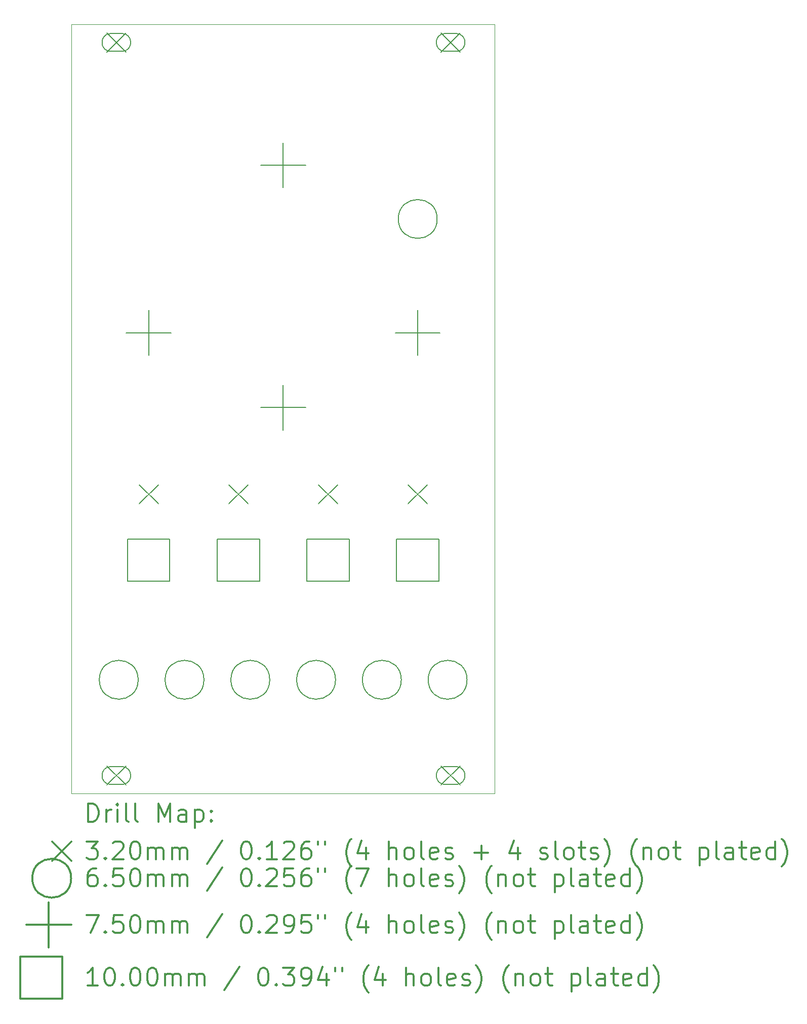
<source format=gbr>
%FSLAX45Y45*%
G04 Gerber Fmt 4.5, Leading zero omitted, Abs format (unit mm)*
G04 Created by KiCad (PCBNEW (5.0.0-rc2)) date Wed Jul  8 18:21:42 2020*
%MOMM*%
%LPD*%
G01*
G04 APERTURE LIST*
%ADD10C,0.120000*%
%ADD11C,0.200000*%
%ADD12C,0.300000*%
G04 APERTURE END LIST*
D10*
X0Y12850000D02*
X0Y0D01*
X7080000Y12850000D02*
X0Y12850000D01*
X7080000Y0D02*
X7080000Y12850000D01*
X0Y0D02*
X7080000Y0D01*
D11*
X4130000Y5160000D02*
X4450000Y4840000D01*
X4450000Y5160000D02*
X4130000Y4840000D01*
X2630000Y5160000D02*
X2950000Y4840000D01*
X2950000Y5160000D02*
X2630000Y4840000D01*
X6180000Y12710000D02*
X6500000Y12390000D01*
X6500000Y12710000D02*
X6180000Y12390000D01*
X6250000Y12400000D02*
X6430000Y12400000D01*
X6250000Y12700000D02*
X6430000Y12700000D01*
X6430000Y12400000D02*
G75*
G03X6430000Y12700000I0J150000D01*
G01*
X6250000Y12700000D02*
G75*
G03X6250000Y12400000I0J-150000D01*
G01*
X590000Y460000D02*
X910000Y140000D01*
X910000Y460000D02*
X590000Y140000D01*
X660000Y150000D02*
X840000Y150000D01*
X660000Y450000D02*
X840000Y450000D01*
X840000Y150000D02*
G75*
G03X840000Y450000I0J150000D01*
G01*
X660000Y450000D02*
G75*
G03X660000Y150000I0J-150000D01*
G01*
X6180000Y460000D02*
X6500000Y140000D01*
X6500000Y460000D02*
X6180000Y140000D01*
X6250000Y150000D02*
X6430000Y150000D01*
X6250000Y450000D02*
X6430000Y450000D01*
X6430000Y150000D02*
G75*
G03X6430000Y450000I0J150000D01*
G01*
X6250000Y450000D02*
G75*
G03X6250000Y150000I0J-150000D01*
G01*
X1130000Y5160000D02*
X1450000Y4840000D01*
X1450000Y5160000D02*
X1130000Y4840000D01*
X5630000Y5160000D02*
X5950000Y4840000D01*
X5950000Y5160000D02*
X5630000Y4840000D01*
X590000Y12710000D02*
X910000Y12390000D01*
X910000Y12710000D02*
X590000Y12390000D01*
X660000Y12400000D02*
X840000Y12400000D01*
X660000Y12700000D02*
X840000Y12700000D01*
X840000Y12400000D02*
G75*
G03X840000Y12700000I0J150000D01*
G01*
X660000Y12700000D02*
G75*
G03X660000Y12400000I0J-150000D01*
G01*
X1115000Y1900000D02*
G75*
G03X1115000Y1900000I-325000J0D01*
G01*
X6615000Y1900000D02*
G75*
G03X6615000Y1900000I-325000J0D01*
G01*
X3315000Y1900000D02*
G75*
G03X3315000Y1900000I-325000J0D01*
G01*
X5515000Y1900000D02*
G75*
G03X5515000Y1900000I-325000J0D01*
G01*
X2215000Y1900000D02*
G75*
G03X2215000Y1900000I-325000J0D01*
G01*
X6115000Y9600000D02*
G75*
G03X6115000Y9600000I-325000J0D01*
G01*
X4415000Y1900000D02*
G75*
G03X4415000Y1900000I-325000J0D01*
G01*
X1290000Y8075000D02*
X1290000Y7325000D01*
X915000Y7700000D02*
X1665000Y7700000D01*
X3540000Y10875000D02*
X3540000Y10125000D01*
X3165000Y10500000D02*
X3915000Y10500000D01*
X3540000Y6825000D02*
X3540000Y6075000D01*
X3165000Y6450000D02*
X3915000Y6450000D01*
X5790000Y8075000D02*
X5790000Y7325000D01*
X5415000Y7700000D02*
X6165000Y7700000D01*
X3143557Y3546443D02*
X3143557Y4253557D01*
X2436443Y4253557D01*
X2436443Y3546443D01*
X3143557Y3546443D01*
X1643557Y3546443D02*
X1643557Y4253557D01*
X936443Y4253557D01*
X936443Y3546443D01*
X1643557Y3546443D01*
X4643557Y3546443D02*
X4643557Y4253557D01*
X3936443Y4253557D01*
X3936443Y3546443D01*
X4643557Y3546443D01*
X6143557Y3546443D02*
X6143557Y4253557D01*
X5436443Y4253557D01*
X5436443Y3546443D01*
X6143557Y3546443D01*
D12*
X280428Y-471714D02*
X280428Y-171714D01*
X351857Y-171714D01*
X394714Y-186000D01*
X423286Y-214571D01*
X437571Y-243143D01*
X451857Y-300286D01*
X451857Y-343143D01*
X437571Y-400286D01*
X423286Y-428857D01*
X394714Y-457429D01*
X351857Y-471714D01*
X280428Y-471714D01*
X580428Y-471714D02*
X580428Y-271714D01*
X580428Y-328857D02*
X594714Y-300286D01*
X609000Y-286000D01*
X637571Y-271714D01*
X666143Y-271714D01*
X766143Y-471714D02*
X766143Y-271714D01*
X766143Y-171714D02*
X751857Y-186000D01*
X766143Y-200286D01*
X780428Y-186000D01*
X766143Y-171714D01*
X766143Y-200286D01*
X951857Y-471714D02*
X923286Y-457429D01*
X909000Y-428857D01*
X909000Y-171714D01*
X1109000Y-471714D02*
X1080428Y-457429D01*
X1066143Y-428857D01*
X1066143Y-171714D01*
X1451857Y-471714D02*
X1451857Y-171714D01*
X1551857Y-386000D01*
X1651857Y-171714D01*
X1651857Y-471714D01*
X1923286Y-471714D02*
X1923286Y-314572D01*
X1909000Y-286000D01*
X1880428Y-271714D01*
X1823286Y-271714D01*
X1794714Y-286000D01*
X1923286Y-457429D02*
X1894714Y-471714D01*
X1823286Y-471714D01*
X1794714Y-457429D01*
X1780428Y-428857D01*
X1780428Y-400286D01*
X1794714Y-371714D01*
X1823286Y-357429D01*
X1894714Y-357429D01*
X1923286Y-343143D01*
X2066143Y-271714D02*
X2066143Y-571714D01*
X2066143Y-286000D02*
X2094714Y-271714D01*
X2151857Y-271714D01*
X2180428Y-286000D01*
X2194714Y-300286D01*
X2209000Y-328857D01*
X2209000Y-414571D01*
X2194714Y-443143D01*
X2180428Y-457429D01*
X2151857Y-471714D01*
X2094714Y-471714D01*
X2066143Y-457429D01*
X2337571Y-443143D02*
X2351857Y-457429D01*
X2337571Y-471714D01*
X2323286Y-457429D01*
X2337571Y-443143D01*
X2337571Y-471714D01*
X2337571Y-286000D02*
X2351857Y-300286D01*
X2337571Y-314572D01*
X2323286Y-300286D01*
X2337571Y-286000D01*
X2337571Y-314572D01*
X-326000Y-806000D02*
X-6000Y-1126000D01*
X-6000Y-806000D02*
X-326000Y-1126000D01*
X251857Y-801714D02*
X437571Y-801714D01*
X337571Y-916000D01*
X380428Y-916000D01*
X409000Y-930286D01*
X423286Y-944571D01*
X437571Y-973143D01*
X437571Y-1044571D01*
X423286Y-1073143D01*
X409000Y-1087429D01*
X380428Y-1101714D01*
X294714Y-1101714D01*
X266143Y-1087429D01*
X251857Y-1073143D01*
X566143Y-1073143D02*
X580428Y-1087429D01*
X566143Y-1101714D01*
X551857Y-1087429D01*
X566143Y-1073143D01*
X566143Y-1101714D01*
X694714Y-830286D02*
X709000Y-816000D01*
X737571Y-801714D01*
X809000Y-801714D01*
X837571Y-816000D01*
X851857Y-830286D01*
X866143Y-858857D01*
X866143Y-887429D01*
X851857Y-930286D01*
X680428Y-1101714D01*
X866143Y-1101714D01*
X1051857Y-801714D02*
X1080428Y-801714D01*
X1109000Y-816000D01*
X1123286Y-830286D01*
X1137571Y-858857D01*
X1151857Y-916000D01*
X1151857Y-987429D01*
X1137571Y-1044571D01*
X1123286Y-1073143D01*
X1109000Y-1087429D01*
X1080428Y-1101714D01*
X1051857Y-1101714D01*
X1023286Y-1087429D01*
X1009000Y-1073143D01*
X994714Y-1044571D01*
X980428Y-987429D01*
X980428Y-916000D01*
X994714Y-858857D01*
X1009000Y-830286D01*
X1023286Y-816000D01*
X1051857Y-801714D01*
X1280428Y-1101714D02*
X1280428Y-901714D01*
X1280428Y-930286D02*
X1294714Y-916000D01*
X1323286Y-901714D01*
X1366143Y-901714D01*
X1394714Y-916000D01*
X1409000Y-944571D01*
X1409000Y-1101714D01*
X1409000Y-944571D02*
X1423286Y-916000D01*
X1451857Y-901714D01*
X1494714Y-901714D01*
X1523286Y-916000D01*
X1537571Y-944571D01*
X1537571Y-1101714D01*
X1680428Y-1101714D02*
X1680428Y-901714D01*
X1680428Y-930286D02*
X1694714Y-916000D01*
X1723286Y-901714D01*
X1766143Y-901714D01*
X1794714Y-916000D01*
X1809000Y-944571D01*
X1809000Y-1101714D01*
X1809000Y-944571D02*
X1823286Y-916000D01*
X1851857Y-901714D01*
X1894714Y-901714D01*
X1923286Y-916000D01*
X1937571Y-944571D01*
X1937571Y-1101714D01*
X2523286Y-787429D02*
X2266143Y-1173143D01*
X2909000Y-801714D02*
X2937571Y-801714D01*
X2966143Y-816000D01*
X2980428Y-830286D01*
X2994714Y-858857D01*
X3009000Y-916000D01*
X3009000Y-987429D01*
X2994714Y-1044571D01*
X2980428Y-1073143D01*
X2966143Y-1087429D01*
X2937571Y-1101714D01*
X2909000Y-1101714D01*
X2880428Y-1087429D01*
X2866143Y-1073143D01*
X2851857Y-1044571D01*
X2837571Y-987429D01*
X2837571Y-916000D01*
X2851857Y-858857D01*
X2866143Y-830286D01*
X2880428Y-816000D01*
X2909000Y-801714D01*
X3137571Y-1073143D02*
X3151857Y-1087429D01*
X3137571Y-1101714D01*
X3123286Y-1087429D01*
X3137571Y-1073143D01*
X3137571Y-1101714D01*
X3437571Y-1101714D02*
X3266143Y-1101714D01*
X3351857Y-1101714D02*
X3351857Y-801714D01*
X3323286Y-844571D01*
X3294714Y-873143D01*
X3266143Y-887429D01*
X3551857Y-830286D02*
X3566143Y-816000D01*
X3594714Y-801714D01*
X3666143Y-801714D01*
X3694714Y-816000D01*
X3709000Y-830286D01*
X3723286Y-858857D01*
X3723286Y-887429D01*
X3709000Y-930286D01*
X3537571Y-1101714D01*
X3723286Y-1101714D01*
X3980428Y-801714D02*
X3923286Y-801714D01*
X3894714Y-816000D01*
X3880428Y-830286D01*
X3851857Y-873143D01*
X3837571Y-930286D01*
X3837571Y-1044571D01*
X3851857Y-1073143D01*
X3866143Y-1087429D01*
X3894714Y-1101714D01*
X3951857Y-1101714D01*
X3980428Y-1087429D01*
X3994714Y-1073143D01*
X4009000Y-1044571D01*
X4009000Y-973143D01*
X3994714Y-944571D01*
X3980428Y-930286D01*
X3951857Y-916000D01*
X3894714Y-916000D01*
X3866143Y-930286D01*
X3851857Y-944571D01*
X3837571Y-973143D01*
X4123286Y-801714D02*
X4123286Y-858857D01*
X4237571Y-801714D02*
X4237571Y-858857D01*
X4680428Y-1216000D02*
X4666143Y-1201714D01*
X4637571Y-1158857D01*
X4623286Y-1130286D01*
X4609000Y-1087429D01*
X4594714Y-1016000D01*
X4594714Y-958857D01*
X4609000Y-887429D01*
X4623286Y-844571D01*
X4637571Y-816000D01*
X4666143Y-773143D01*
X4680428Y-758857D01*
X4923286Y-901714D02*
X4923286Y-1101714D01*
X4851857Y-787429D02*
X4780428Y-1001714D01*
X4966143Y-1001714D01*
X5309000Y-1101714D02*
X5309000Y-801714D01*
X5437571Y-1101714D02*
X5437571Y-944571D01*
X5423286Y-916000D01*
X5394714Y-901714D01*
X5351857Y-901714D01*
X5323286Y-916000D01*
X5309000Y-930286D01*
X5623286Y-1101714D02*
X5594714Y-1087429D01*
X5580428Y-1073143D01*
X5566143Y-1044571D01*
X5566143Y-958857D01*
X5580428Y-930286D01*
X5594714Y-916000D01*
X5623286Y-901714D01*
X5666143Y-901714D01*
X5694714Y-916000D01*
X5709000Y-930286D01*
X5723286Y-958857D01*
X5723286Y-1044571D01*
X5709000Y-1073143D01*
X5694714Y-1087429D01*
X5666143Y-1101714D01*
X5623286Y-1101714D01*
X5894714Y-1101714D02*
X5866143Y-1087429D01*
X5851857Y-1058857D01*
X5851857Y-801714D01*
X6123286Y-1087429D02*
X6094714Y-1101714D01*
X6037571Y-1101714D01*
X6009000Y-1087429D01*
X5994714Y-1058857D01*
X5994714Y-944571D01*
X6009000Y-916000D01*
X6037571Y-901714D01*
X6094714Y-901714D01*
X6123286Y-916000D01*
X6137571Y-944571D01*
X6137571Y-973143D01*
X5994714Y-1001714D01*
X6251857Y-1087429D02*
X6280428Y-1101714D01*
X6337571Y-1101714D01*
X6366143Y-1087429D01*
X6380428Y-1058857D01*
X6380428Y-1044571D01*
X6366143Y-1016000D01*
X6337571Y-1001714D01*
X6294714Y-1001714D01*
X6266143Y-987429D01*
X6251857Y-958857D01*
X6251857Y-944571D01*
X6266143Y-916000D01*
X6294714Y-901714D01*
X6337571Y-901714D01*
X6366143Y-916000D01*
X6737571Y-987429D02*
X6966143Y-987429D01*
X6851857Y-1101714D02*
X6851857Y-873143D01*
X7466143Y-901714D02*
X7466143Y-1101714D01*
X7394714Y-787429D02*
X7323286Y-1001714D01*
X7509000Y-1001714D01*
X7837571Y-1087429D02*
X7866143Y-1101714D01*
X7923286Y-1101714D01*
X7951857Y-1087429D01*
X7966143Y-1058857D01*
X7966143Y-1044571D01*
X7951857Y-1016000D01*
X7923286Y-1001714D01*
X7880428Y-1001714D01*
X7851857Y-987429D01*
X7837571Y-958857D01*
X7837571Y-944571D01*
X7851857Y-916000D01*
X7880428Y-901714D01*
X7923286Y-901714D01*
X7951857Y-916000D01*
X8137571Y-1101714D02*
X8109000Y-1087429D01*
X8094714Y-1058857D01*
X8094714Y-801714D01*
X8294714Y-1101714D02*
X8266143Y-1087429D01*
X8251857Y-1073143D01*
X8237571Y-1044571D01*
X8237571Y-958857D01*
X8251857Y-930286D01*
X8266143Y-916000D01*
X8294714Y-901714D01*
X8337571Y-901714D01*
X8366143Y-916000D01*
X8380428Y-930286D01*
X8394714Y-958857D01*
X8394714Y-1044571D01*
X8380428Y-1073143D01*
X8366143Y-1087429D01*
X8337571Y-1101714D01*
X8294714Y-1101714D01*
X8480428Y-901714D02*
X8594714Y-901714D01*
X8523286Y-801714D02*
X8523286Y-1058857D01*
X8537571Y-1087429D01*
X8566143Y-1101714D01*
X8594714Y-1101714D01*
X8680428Y-1087429D02*
X8709000Y-1101714D01*
X8766143Y-1101714D01*
X8794714Y-1087429D01*
X8809000Y-1058857D01*
X8809000Y-1044571D01*
X8794714Y-1016000D01*
X8766143Y-1001714D01*
X8723286Y-1001714D01*
X8694714Y-987429D01*
X8680428Y-958857D01*
X8680428Y-944571D01*
X8694714Y-916000D01*
X8723286Y-901714D01*
X8766143Y-901714D01*
X8794714Y-916000D01*
X8909000Y-1216000D02*
X8923286Y-1201714D01*
X8951857Y-1158857D01*
X8966143Y-1130286D01*
X8980428Y-1087429D01*
X8994714Y-1016000D01*
X8994714Y-958857D01*
X8980428Y-887429D01*
X8966143Y-844571D01*
X8951857Y-816000D01*
X8923286Y-773143D01*
X8909000Y-758857D01*
X9451857Y-1216000D02*
X9437571Y-1201714D01*
X9409000Y-1158857D01*
X9394714Y-1130286D01*
X9380428Y-1087429D01*
X9366143Y-1016000D01*
X9366143Y-958857D01*
X9380428Y-887429D01*
X9394714Y-844571D01*
X9409000Y-816000D01*
X9437571Y-773143D01*
X9451857Y-758857D01*
X9566143Y-901714D02*
X9566143Y-1101714D01*
X9566143Y-930286D02*
X9580428Y-916000D01*
X9609000Y-901714D01*
X9651857Y-901714D01*
X9680428Y-916000D01*
X9694714Y-944571D01*
X9694714Y-1101714D01*
X9880428Y-1101714D02*
X9851857Y-1087429D01*
X9837571Y-1073143D01*
X9823286Y-1044571D01*
X9823286Y-958857D01*
X9837571Y-930286D01*
X9851857Y-916000D01*
X9880428Y-901714D01*
X9923286Y-901714D01*
X9951857Y-916000D01*
X9966143Y-930286D01*
X9980428Y-958857D01*
X9980428Y-1044571D01*
X9966143Y-1073143D01*
X9951857Y-1087429D01*
X9923286Y-1101714D01*
X9880428Y-1101714D01*
X10066143Y-901714D02*
X10180428Y-901714D01*
X10109000Y-801714D02*
X10109000Y-1058857D01*
X10123286Y-1087429D01*
X10151857Y-1101714D01*
X10180428Y-1101714D01*
X10509000Y-901714D02*
X10509000Y-1201714D01*
X10509000Y-916000D02*
X10537571Y-901714D01*
X10594714Y-901714D01*
X10623286Y-916000D01*
X10637571Y-930286D01*
X10651857Y-958857D01*
X10651857Y-1044571D01*
X10637571Y-1073143D01*
X10623286Y-1087429D01*
X10594714Y-1101714D01*
X10537571Y-1101714D01*
X10509000Y-1087429D01*
X10823286Y-1101714D02*
X10794714Y-1087429D01*
X10780428Y-1058857D01*
X10780428Y-801714D01*
X11066143Y-1101714D02*
X11066143Y-944571D01*
X11051857Y-916000D01*
X11023286Y-901714D01*
X10966143Y-901714D01*
X10937571Y-916000D01*
X11066143Y-1087429D02*
X11037571Y-1101714D01*
X10966143Y-1101714D01*
X10937571Y-1087429D01*
X10923286Y-1058857D01*
X10923286Y-1030286D01*
X10937571Y-1001714D01*
X10966143Y-987429D01*
X11037571Y-987429D01*
X11066143Y-973143D01*
X11166143Y-901714D02*
X11280428Y-901714D01*
X11209000Y-801714D02*
X11209000Y-1058857D01*
X11223286Y-1087429D01*
X11251857Y-1101714D01*
X11280428Y-1101714D01*
X11494714Y-1087429D02*
X11466143Y-1101714D01*
X11409000Y-1101714D01*
X11380428Y-1087429D01*
X11366143Y-1058857D01*
X11366143Y-944571D01*
X11380428Y-916000D01*
X11409000Y-901714D01*
X11466143Y-901714D01*
X11494714Y-916000D01*
X11509000Y-944571D01*
X11509000Y-973143D01*
X11366143Y-1001714D01*
X11766143Y-1101714D02*
X11766143Y-801714D01*
X11766143Y-1087429D02*
X11737571Y-1101714D01*
X11680428Y-1101714D01*
X11651857Y-1087429D01*
X11637571Y-1073143D01*
X11623286Y-1044571D01*
X11623286Y-958857D01*
X11637571Y-930286D01*
X11651857Y-916000D01*
X11680428Y-901714D01*
X11737571Y-901714D01*
X11766143Y-916000D01*
X11880428Y-1216000D02*
X11894714Y-1201714D01*
X11923286Y-1158857D01*
X11937571Y-1130286D01*
X11951857Y-1087429D01*
X11966143Y-1016000D01*
X11966143Y-958857D01*
X11951857Y-887429D01*
X11937571Y-844571D01*
X11923286Y-816000D01*
X11894714Y-773143D01*
X11880428Y-758857D01*
X-6000Y-1416000D02*
G75*
G03X-6000Y-1416000I-325000J0D01*
G01*
X409000Y-1251714D02*
X351857Y-1251714D01*
X323286Y-1266000D01*
X309000Y-1280286D01*
X280428Y-1323143D01*
X266143Y-1380286D01*
X266143Y-1494571D01*
X280428Y-1523143D01*
X294714Y-1537429D01*
X323286Y-1551714D01*
X380428Y-1551714D01*
X409000Y-1537429D01*
X423286Y-1523143D01*
X437571Y-1494571D01*
X437571Y-1423143D01*
X423286Y-1394572D01*
X409000Y-1380286D01*
X380428Y-1366000D01*
X323286Y-1366000D01*
X294714Y-1380286D01*
X280428Y-1394572D01*
X266143Y-1423143D01*
X566143Y-1523143D02*
X580428Y-1537429D01*
X566143Y-1551714D01*
X551857Y-1537429D01*
X566143Y-1523143D01*
X566143Y-1551714D01*
X851857Y-1251714D02*
X709000Y-1251714D01*
X694714Y-1394572D01*
X709000Y-1380286D01*
X737571Y-1366000D01*
X809000Y-1366000D01*
X837571Y-1380286D01*
X851857Y-1394572D01*
X866143Y-1423143D01*
X866143Y-1494571D01*
X851857Y-1523143D01*
X837571Y-1537429D01*
X809000Y-1551714D01*
X737571Y-1551714D01*
X709000Y-1537429D01*
X694714Y-1523143D01*
X1051857Y-1251714D02*
X1080428Y-1251714D01*
X1109000Y-1266000D01*
X1123286Y-1280286D01*
X1137571Y-1308857D01*
X1151857Y-1366000D01*
X1151857Y-1437429D01*
X1137571Y-1494571D01*
X1123286Y-1523143D01*
X1109000Y-1537429D01*
X1080428Y-1551714D01*
X1051857Y-1551714D01*
X1023286Y-1537429D01*
X1009000Y-1523143D01*
X994714Y-1494571D01*
X980428Y-1437429D01*
X980428Y-1366000D01*
X994714Y-1308857D01*
X1009000Y-1280286D01*
X1023286Y-1266000D01*
X1051857Y-1251714D01*
X1280428Y-1551714D02*
X1280428Y-1351714D01*
X1280428Y-1380286D02*
X1294714Y-1366000D01*
X1323286Y-1351714D01*
X1366143Y-1351714D01*
X1394714Y-1366000D01*
X1409000Y-1394572D01*
X1409000Y-1551714D01*
X1409000Y-1394572D02*
X1423286Y-1366000D01*
X1451857Y-1351714D01*
X1494714Y-1351714D01*
X1523286Y-1366000D01*
X1537571Y-1394572D01*
X1537571Y-1551714D01*
X1680428Y-1551714D02*
X1680428Y-1351714D01*
X1680428Y-1380286D02*
X1694714Y-1366000D01*
X1723286Y-1351714D01*
X1766143Y-1351714D01*
X1794714Y-1366000D01*
X1809000Y-1394572D01*
X1809000Y-1551714D01*
X1809000Y-1394572D02*
X1823286Y-1366000D01*
X1851857Y-1351714D01*
X1894714Y-1351714D01*
X1923286Y-1366000D01*
X1937571Y-1394572D01*
X1937571Y-1551714D01*
X2523286Y-1237429D02*
X2266143Y-1623143D01*
X2909000Y-1251714D02*
X2937571Y-1251714D01*
X2966143Y-1266000D01*
X2980428Y-1280286D01*
X2994714Y-1308857D01*
X3009000Y-1366000D01*
X3009000Y-1437429D01*
X2994714Y-1494571D01*
X2980428Y-1523143D01*
X2966143Y-1537429D01*
X2937571Y-1551714D01*
X2909000Y-1551714D01*
X2880428Y-1537429D01*
X2866143Y-1523143D01*
X2851857Y-1494571D01*
X2837571Y-1437429D01*
X2837571Y-1366000D01*
X2851857Y-1308857D01*
X2866143Y-1280286D01*
X2880428Y-1266000D01*
X2909000Y-1251714D01*
X3137571Y-1523143D02*
X3151857Y-1537429D01*
X3137571Y-1551714D01*
X3123286Y-1537429D01*
X3137571Y-1523143D01*
X3137571Y-1551714D01*
X3266143Y-1280286D02*
X3280428Y-1266000D01*
X3309000Y-1251714D01*
X3380428Y-1251714D01*
X3409000Y-1266000D01*
X3423286Y-1280286D01*
X3437571Y-1308857D01*
X3437571Y-1337429D01*
X3423286Y-1380286D01*
X3251857Y-1551714D01*
X3437571Y-1551714D01*
X3709000Y-1251714D02*
X3566143Y-1251714D01*
X3551857Y-1394572D01*
X3566143Y-1380286D01*
X3594714Y-1366000D01*
X3666143Y-1366000D01*
X3694714Y-1380286D01*
X3709000Y-1394572D01*
X3723286Y-1423143D01*
X3723286Y-1494571D01*
X3709000Y-1523143D01*
X3694714Y-1537429D01*
X3666143Y-1551714D01*
X3594714Y-1551714D01*
X3566143Y-1537429D01*
X3551857Y-1523143D01*
X3980428Y-1251714D02*
X3923286Y-1251714D01*
X3894714Y-1266000D01*
X3880428Y-1280286D01*
X3851857Y-1323143D01*
X3837571Y-1380286D01*
X3837571Y-1494571D01*
X3851857Y-1523143D01*
X3866143Y-1537429D01*
X3894714Y-1551714D01*
X3951857Y-1551714D01*
X3980428Y-1537429D01*
X3994714Y-1523143D01*
X4009000Y-1494571D01*
X4009000Y-1423143D01*
X3994714Y-1394572D01*
X3980428Y-1380286D01*
X3951857Y-1366000D01*
X3894714Y-1366000D01*
X3866143Y-1380286D01*
X3851857Y-1394572D01*
X3837571Y-1423143D01*
X4123286Y-1251714D02*
X4123286Y-1308857D01*
X4237571Y-1251714D02*
X4237571Y-1308857D01*
X4680428Y-1666000D02*
X4666143Y-1651714D01*
X4637571Y-1608857D01*
X4623286Y-1580286D01*
X4609000Y-1537429D01*
X4594714Y-1466000D01*
X4594714Y-1408857D01*
X4609000Y-1337429D01*
X4623286Y-1294572D01*
X4637571Y-1266000D01*
X4666143Y-1223143D01*
X4680428Y-1208857D01*
X4766143Y-1251714D02*
X4966143Y-1251714D01*
X4837571Y-1551714D01*
X5309000Y-1551714D02*
X5309000Y-1251714D01*
X5437571Y-1551714D02*
X5437571Y-1394572D01*
X5423286Y-1366000D01*
X5394714Y-1351714D01*
X5351857Y-1351714D01*
X5323286Y-1366000D01*
X5309000Y-1380286D01*
X5623286Y-1551714D02*
X5594714Y-1537429D01*
X5580428Y-1523143D01*
X5566143Y-1494571D01*
X5566143Y-1408857D01*
X5580428Y-1380286D01*
X5594714Y-1366000D01*
X5623286Y-1351714D01*
X5666143Y-1351714D01*
X5694714Y-1366000D01*
X5709000Y-1380286D01*
X5723286Y-1408857D01*
X5723286Y-1494571D01*
X5709000Y-1523143D01*
X5694714Y-1537429D01*
X5666143Y-1551714D01*
X5623286Y-1551714D01*
X5894714Y-1551714D02*
X5866143Y-1537429D01*
X5851857Y-1508857D01*
X5851857Y-1251714D01*
X6123286Y-1537429D02*
X6094714Y-1551714D01*
X6037571Y-1551714D01*
X6009000Y-1537429D01*
X5994714Y-1508857D01*
X5994714Y-1394572D01*
X6009000Y-1366000D01*
X6037571Y-1351714D01*
X6094714Y-1351714D01*
X6123286Y-1366000D01*
X6137571Y-1394572D01*
X6137571Y-1423143D01*
X5994714Y-1451714D01*
X6251857Y-1537429D02*
X6280428Y-1551714D01*
X6337571Y-1551714D01*
X6366143Y-1537429D01*
X6380428Y-1508857D01*
X6380428Y-1494571D01*
X6366143Y-1466000D01*
X6337571Y-1451714D01*
X6294714Y-1451714D01*
X6266143Y-1437429D01*
X6251857Y-1408857D01*
X6251857Y-1394572D01*
X6266143Y-1366000D01*
X6294714Y-1351714D01*
X6337571Y-1351714D01*
X6366143Y-1366000D01*
X6480428Y-1666000D02*
X6494714Y-1651714D01*
X6523286Y-1608857D01*
X6537571Y-1580286D01*
X6551857Y-1537429D01*
X6566143Y-1466000D01*
X6566143Y-1408857D01*
X6551857Y-1337429D01*
X6537571Y-1294572D01*
X6523286Y-1266000D01*
X6494714Y-1223143D01*
X6480428Y-1208857D01*
X7023286Y-1666000D02*
X7009000Y-1651714D01*
X6980428Y-1608857D01*
X6966143Y-1580286D01*
X6951857Y-1537429D01*
X6937571Y-1466000D01*
X6937571Y-1408857D01*
X6951857Y-1337429D01*
X6966143Y-1294572D01*
X6980428Y-1266000D01*
X7009000Y-1223143D01*
X7023286Y-1208857D01*
X7137571Y-1351714D02*
X7137571Y-1551714D01*
X7137571Y-1380286D02*
X7151857Y-1366000D01*
X7180428Y-1351714D01*
X7223286Y-1351714D01*
X7251857Y-1366000D01*
X7266143Y-1394572D01*
X7266143Y-1551714D01*
X7451857Y-1551714D02*
X7423286Y-1537429D01*
X7409000Y-1523143D01*
X7394714Y-1494571D01*
X7394714Y-1408857D01*
X7409000Y-1380286D01*
X7423286Y-1366000D01*
X7451857Y-1351714D01*
X7494714Y-1351714D01*
X7523286Y-1366000D01*
X7537571Y-1380286D01*
X7551857Y-1408857D01*
X7551857Y-1494571D01*
X7537571Y-1523143D01*
X7523286Y-1537429D01*
X7494714Y-1551714D01*
X7451857Y-1551714D01*
X7637571Y-1351714D02*
X7751857Y-1351714D01*
X7680428Y-1251714D02*
X7680428Y-1508857D01*
X7694714Y-1537429D01*
X7723286Y-1551714D01*
X7751857Y-1551714D01*
X8080428Y-1351714D02*
X8080428Y-1651714D01*
X8080428Y-1366000D02*
X8109000Y-1351714D01*
X8166143Y-1351714D01*
X8194714Y-1366000D01*
X8209000Y-1380286D01*
X8223286Y-1408857D01*
X8223286Y-1494571D01*
X8209000Y-1523143D01*
X8194714Y-1537429D01*
X8166143Y-1551714D01*
X8109000Y-1551714D01*
X8080428Y-1537429D01*
X8394714Y-1551714D02*
X8366143Y-1537429D01*
X8351857Y-1508857D01*
X8351857Y-1251714D01*
X8637571Y-1551714D02*
X8637571Y-1394572D01*
X8623286Y-1366000D01*
X8594714Y-1351714D01*
X8537571Y-1351714D01*
X8509000Y-1366000D01*
X8637571Y-1537429D02*
X8609000Y-1551714D01*
X8537571Y-1551714D01*
X8509000Y-1537429D01*
X8494714Y-1508857D01*
X8494714Y-1480286D01*
X8509000Y-1451714D01*
X8537571Y-1437429D01*
X8609000Y-1437429D01*
X8637571Y-1423143D01*
X8737571Y-1351714D02*
X8851857Y-1351714D01*
X8780428Y-1251714D02*
X8780428Y-1508857D01*
X8794714Y-1537429D01*
X8823286Y-1551714D01*
X8851857Y-1551714D01*
X9066143Y-1537429D02*
X9037571Y-1551714D01*
X8980428Y-1551714D01*
X8951857Y-1537429D01*
X8937571Y-1508857D01*
X8937571Y-1394572D01*
X8951857Y-1366000D01*
X8980428Y-1351714D01*
X9037571Y-1351714D01*
X9066143Y-1366000D01*
X9080428Y-1394572D01*
X9080428Y-1423143D01*
X8937571Y-1451714D01*
X9337571Y-1551714D02*
X9337571Y-1251714D01*
X9337571Y-1537429D02*
X9309000Y-1551714D01*
X9251857Y-1551714D01*
X9223286Y-1537429D01*
X9209000Y-1523143D01*
X9194714Y-1494571D01*
X9194714Y-1408857D01*
X9209000Y-1380286D01*
X9223286Y-1366000D01*
X9251857Y-1351714D01*
X9309000Y-1351714D01*
X9337571Y-1366000D01*
X9451857Y-1666000D02*
X9466143Y-1651714D01*
X9494714Y-1608857D01*
X9509000Y-1580286D01*
X9523286Y-1537429D01*
X9537571Y-1466000D01*
X9537571Y-1408857D01*
X9523286Y-1337429D01*
X9509000Y-1294572D01*
X9494714Y-1266000D01*
X9466143Y-1223143D01*
X9451857Y-1208857D01*
X-381000Y-1821000D02*
X-381000Y-2571000D01*
X-756000Y-2196000D02*
X-6000Y-2196000D01*
X251857Y-2031714D02*
X451857Y-2031714D01*
X323286Y-2331714D01*
X566143Y-2303143D02*
X580428Y-2317429D01*
X566143Y-2331714D01*
X551857Y-2317429D01*
X566143Y-2303143D01*
X566143Y-2331714D01*
X851857Y-2031714D02*
X709000Y-2031714D01*
X694714Y-2174572D01*
X709000Y-2160286D01*
X737571Y-2146000D01*
X809000Y-2146000D01*
X837571Y-2160286D01*
X851857Y-2174572D01*
X866143Y-2203143D01*
X866143Y-2274572D01*
X851857Y-2303143D01*
X837571Y-2317429D01*
X809000Y-2331714D01*
X737571Y-2331714D01*
X709000Y-2317429D01*
X694714Y-2303143D01*
X1051857Y-2031714D02*
X1080428Y-2031714D01*
X1109000Y-2046000D01*
X1123286Y-2060286D01*
X1137571Y-2088857D01*
X1151857Y-2146000D01*
X1151857Y-2217429D01*
X1137571Y-2274572D01*
X1123286Y-2303143D01*
X1109000Y-2317429D01*
X1080428Y-2331714D01*
X1051857Y-2331714D01*
X1023286Y-2317429D01*
X1009000Y-2303143D01*
X994714Y-2274572D01*
X980428Y-2217429D01*
X980428Y-2146000D01*
X994714Y-2088857D01*
X1009000Y-2060286D01*
X1023286Y-2046000D01*
X1051857Y-2031714D01*
X1280428Y-2331714D02*
X1280428Y-2131714D01*
X1280428Y-2160286D02*
X1294714Y-2146000D01*
X1323286Y-2131714D01*
X1366143Y-2131714D01*
X1394714Y-2146000D01*
X1409000Y-2174572D01*
X1409000Y-2331714D01*
X1409000Y-2174572D02*
X1423286Y-2146000D01*
X1451857Y-2131714D01*
X1494714Y-2131714D01*
X1523286Y-2146000D01*
X1537571Y-2174572D01*
X1537571Y-2331714D01*
X1680428Y-2331714D02*
X1680428Y-2131714D01*
X1680428Y-2160286D02*
X1694714Y-2146000D01*
X1723286Y-2131714D01*
X1766143Y-2131714D01*
X1794714Y-2146000D01*
X1809000Y-2174572D01*
X1809000Y-2331714D01*
X1809000Y-2174572D02*
X1823286Y-2146000D01*
X1851857Y-2131714D01*
X1894714Y-2131714D01*
X1923286Y-2146000D01*
X1937571Y-2174572D01*
X1937571Y-2331714D01*
X2523286Y-2017429D02*
X2266143Y-2403143D01*
X2909000Y-2031714D02*
X2937571Y-2031714D01*
X2966143Y-2046000D01*
X2980428Y-2060286D01*
X2994714Y-2088857D01*
X3009000Y-2146000D01*
X3009000Y-2217429D01*
X2994714Y-2274572D01*
X2980428Y-2303143D01*
X2966143Y-2317429D01*
X2937571Y-2331714D01*
X2909000Y-2331714D01*
X2880428Y-2317429D01*
X2866143Y-2303143D01*
X2851857Y-2274572D01*
X2837571Y-2217429D01*
X2837571Y-2146000D01*
X2851857Y-2088857D01*
X2866143Y-2060286D01*
X2880428Y-2046000D01*
X2909000Y-2031714D01*
X3137571Y-2303143D02*
X3151857Y-2317429D01*
X3137571Y-2331714D01*
X3123286Y-2317429D01*
X3137571Y-2303143D01*
X3137571Y-2331714D01*
X3266143Y-2060286D02*
X3280428Y-2046000D01*
X3309000Y-2031714D01*
X3380428Y-2031714D01*
X3409000Y-2046000D01*
X3423286Y-2060286D01*
X3437571Y-2088857D01*
X3437571Y-2117429D01*
X3423286Y-2160286D01*
X3251857Y-2331714D01*
X3437571Y-2331714D01*
X3580428Y-2331714D02*
X3637571Y-2331714D01*
X3666143Y-2317429D01*
X3680428Y-2303143D01*
X3709000Y-2260286D01*
X3723286Y-2203143D01*
X3723286Y-2088857D01*
X3709000Y-2060286D01*
X3694714Y-2046000D01*
X3666143Y-2031714D01*
X3609000Y-2031714D01*
X3580428Y-2046000D01*
X3566143Y-2060286D01*
X3551857Y-2088857D01*
X3551857Y-2160286D01*
X3566143Y-2188857D01*
X3580428Y-2203143D01*
X3609000Y-2217429D01*
X3666143Y-2217429D01*
X3694714Y-2203143D01*
X3709000Y-2188857D01*
X3723286Y-2160286D01*
X3994714Y-2031714D02*
X3851857Y-2031714D01*
X3837571Y-2174572D01*
X3851857Y-2160286D01*
X3880428Y-2146000D01*
X3951857Y-2146000D01*
X3980428Y-2160286D01*
X3994714Y-2174572D01*
X4009000Y-2203143D01*
X4009000Y-2274572D01*
X3994714Y-2303143D01*
X3980428Y-2317429D01*
X3951857Y-2331714D01*
X3880428Y-2331714D01*
X3851857Y-2317429D01*
X3837571Y-2303143D01*
X4123286Y-2031714D02*
X4123286Y-2088857D01*
X4237571Y-2031714D02*
X4237571Y-2088857D01*
X4680428Y-2446000D02*
X4666143Y-2431714D01*
X4637571Y-2388857D01*
X4623286Y-2360286D01*
X4609000Y-2317429D01*
X4594714Y-2246000D01*
X4594714Y-2188857D01*
X4609000Y-2117429D01*
X4623286Y-2074571D01*
X4637571Y-2046000D01*
X4666143Y-2003143D01*
X4680428Y-1988857D01*
X4923286Y-2131714D02*
X4923286Y-2331714D01*
X4851857Y-2017429D02*
X4780428Y-2231714D01*
X4966143Y-2231714D01*
X5309000Y-2331714D02*
X5309000Y-2031714D01*
X5437571Y-2331714D02*
X5437571Y-2174572D01*
X5423286Y-2146000D01*
X5394714Y-2131714D01*
X5351857Y-2131714D01*
X5323286Y-2146000D01*
X5309000Y-2160286D01*
X5623286Y-2331714D02*
X5594714Y-2317429D01*
X5580428Y-2303143D01*
X5566143Y-2274572D01*
X5566143Y-2188857D01*
X5580428Y-2160286D01*
X5594714Y-2146000D01*
X5623286Y-2131714D01*
X5666143Y-2131714D01*
X5694714Y-2146000D01*
X5709000Y-2160286D01*
X5723286Y-2188857D01*
X5723286Y-2274572D01*
X5709000Y-2303143D01*
X5694714Y-2317429D01*
X5666143Y-2331714D01*
X5623286Y-2331714D01*
X5894714Y-2331714D02*
X5866143Y-2317429D01*
X5851857Y-2288857D01*
X5851857Y-2031714D01*
X6123286Y-2317429D02*
X6094714Y-2331714D01*
X6037571Y-2331714D01*
X6009000Y-2317429D01*
X5994714Y-2288857D01*
X5994714Y-2174572D01*
X6009000Y-2146000D01*
X6037571Y-2131714D01*
X6094714Y-2131714D01*
X6123286Y-2146000D01*
X6137571Y-2174572D01*
X6137571Y-2203143D01*
X5994714Y-2231714D01*
X6251857Y-2317429D02*
X6280428Y-2331714D01*
X6337571Y-2331714D01*
X6366143Y-2317429D01*
X6380428Y-2288857D01*
X6380428Y-2274572D01*
X6366143Y-2246000D01*
X6337571Y-2231714D01*
X6294714Y-2231714D01*
X6266143Y-2217429D01*
X6251857Y-2188857D01*
X6251857Y-2174572D01*
X6266143Y-2146000D01*
X6294714Y-2131714D01*
X6337571Y-2131714D01*
X6366143Y-2146000D01*
X6480428Y-2446000D02*
X6494714Y-2431714D01*
X6523286Y-2388857D01*
X6537571Y-2360286D01*
X6551857Y-2317429D01*
X6566143Y-2246000D01*
X6566143Y-2188857D01*
X6551857Y-2117429D01*
X6537571Y-2074571D01*
X6523286Y-2046000D01*
X6494714Y-2003143D01*
X6480428Y-1988857D01*
X7023286Y-2446000D02*
X7009000Y-2431714D01*
X6980428Y-2388857D01*
X6966143Y-2360286D01*
X6951857Y-2317429D01*
X6937571Y-2246000D01*
X6937571Y-2188857D01*
X6951857Y-2117429D01*
X6966143Y-2074571D01*
X6980428Y-2046000D01*
X7009000Y-2003143D01*
X7023286Y-1988857D01*
X7137571Y-2131714D02*
X7137571Y-2331714D01*
X7137571Y-2160286D02*
X7151857Y-2146000D01*
X7180428Y-2131714D01*
X7223286Y-2131714D01*
X7251857Y-2146000D01*
X7266143Y-2174572D01*
X7266143Y-2331714D01*
X7451857Y-2331714D02*
X7423286Y-2317429D01*
X7409000Y-2303143D01*
X7394714Y-2274572D01*
X7394714Y-2188857D01*
X7409000Y-2160286D01*
X7423286Y-2146000D01*
X7451857Y-2131714D01*
X7494714Y-2131714D01*
X7523286Y-2146000D01*
X7537571Y-2160286D01*
X7551857Y-2188857D01*
X7551857Y-2274572D01*
X7537571Y-2303143D01*
X7523286Y-2317429D01*
X7494714Y-2331714D01*
X7451857Y-2331714D01*
X7637571Y-2131714D02*
X7751857Y-2131714D01*
X7680428Y-2031714D02*
X7680428Y-2288857D01*
X7694714Y-2317429D01*
X7723286Y-2331714D01*
X7751857Y-2331714D01*
X8080428Y-2131714D02*
X8080428Y-2431714D01*
X8080428Y-2146000D02*
X8109000Y-2131714D01*
X8166143Y-2131714D01*
X8194714Y-2146000D01*
X8209000Y-2160286D01*
X8223286Y-2188857D01*
X8223286Y-2274572D01*
X8209000Y-2303143D01*
X8194714Y-2317429D01*
X8166143Y-2331714D01*
X8109000Y-2331714D01*
X8080428Y-2317429D01*
X8394714Y-2331714D02*
X8366143Y-2317429D01*
X8351857Y-2288857D01*
X8351857Y-2031714D01*
X8637571Y-2331714D02*
X8637571Y-2174572D01*
X8623286Y-2146000D01*
X8594714Y-2131714D01*
X8537571Y-2131714D01*
X8509000Y-2146000D01*
X8637571Y-2317429D02*
X8609000Y-2331714D01*
X8537571Y-2331714D01*
X8509000Y-2317429D01*
X8494714Y-2288857D01*
X8494714Y-2260286D01*
X8509000Y-2231714D01*
X8537571Y-2217429D01*
X8609000Y-2217429D01*
X8637571Y-2203143D01*
X8737571Y-2131714D02*
X8851857Y-2131714D01*
X8780428Y-2031714D02*
X8780428Y-2288857D01*
X8794714Y-2317429D01*
X8823286Y-2331714D01*
X8851857Y-2331714D01*
X9066143Y-2317429D02*
X9037571Y-2331714D01*
X8980428Y-2331714D01*
X8951857Y-2317429D01*
X8937571Y-2288857D01*
X8937571Y-2174572D01*
X8951857Y-2146000D01*
X8980428Y-2131714D01*
X9037571Y-2131714D01*
X9066143Y-2146000D01*
X9080428Y-2174572D01*
X9080428Y-2203143D01*
X8937571Y-2231714D01*
X9337571Y-2331714D02*
X9337571Y-2031714D01*
X9337571Y-2317429D02*
X9309000Y-2331714D01*
X9251857Y-2331714D01*
X9223286Y-2317429D01*
X9209000Y-2303143D01*
X9194714Y-2274572D01*
X9194714Y-2188857D01*
X9209000Y-2160286D01*
X9223286Y-2146000D01*
X9251857Y-2131714D01*
X9309000Y-2131714D01*
X9337571Y-2146000D01*
X9451857Y-2446000D02*
X9466143Y-2431714D01*
X9494714Y-2388857D01*
X9509000Y-2360286D01*
X9523286Y-2317429D01*
X9537571Y-2246000D01*
X9537571Y-2188857D01*
X9523286Y-2117429D01*
X9509000Y-2074571D01*
X9494714Y-2046000D01*
X9466143Y-2003143D01*
X9451857Y-1988857D01*
X-152443Y-3429557D02*
X-152443Y-2722443D01*
X-859557Y-2722443D01*
X-859557Y-3429557D01*
X-152443Y-3429557D01*
X437571Y-3211714D02*
X266143Y-3211714D01*
X351857Y-3211714D02*
X351857Y-2911714D01*
X323286Y-2954571D01*
X294714Y-2983143D01*
X266143Y-2997429D01*
X623286Y-2911714D02*
X651857Y-2911714D01*
X680428Y-2926000D01*
X694714Y-2940286D01*
X709000Y-2968857D01*
X723286Y-3026000D01*
X723286Y-3097429D01*
X709000Y-3154571D01*
X694714Y-3183143D01*
X680428Y-3197429D01*
X651857Y-3211714D01*
X623286Y-3211714D01*
X594714Y-3197429D01*
X580428Y-3183143D01*
X566143Y-3154571D01*
X551857Y-3097429D01*
X551857Y-3026000D01*
X566143Y-2968857D01*
X580428Y-2940286D01*
X594714Y-2926000D01*
X623286Y-2911714D01*
X851857Y-3183143D02*
X866143Y-3197429D01*
X851857Y-3211714D01*
X837571Y-3197429D01*
X851857Y-3183143D01*
X851857Y-3211714D01*
X1051857Y-2911714D02*
X1080428Y-2911714D01*
X1109000Y-2926000D01*
X1123286Y-2940286D01*
X1137571Y-2968857D01*
X1151857Y-3026000D01*
X1151857Y-3097429D01*
X1137571Y-3154571D01*
X1123286Y-3183143D01*
X1109000Y-3197429D01*
X1080428Y-3211714D01*
X1051857Y-3211714D01*
X1023286Y-3197429D01*
X1009000Y-3183143D01*
X994714Y-3154571D01*
X980428Y-3097429D01*
X980428Y-3026000D01*
X994714Y-2968857D01*
X1009000Y-2940286D01*
X1023286Y-2926000D01*
X1051857Y-2911714D01*
X1337571Y-2911714D02*
X1366143Y-2911714D01*
X1394714Y-2926000D01*
X1409000Y-2940286D01*
X1423286Y-2968857D01*
X1437571Y-3026000D01*
X1437571Y-3097429D01*
X1423286Y-3154571D01*
X1409000Y-3183143D01*
X1394714Y-3197429D01*
X1366143Y-3211714D01*
X1337571Y-3211714D01*
X1309000Y-3197429D01*
X1294714Y-3183143D01*
X1280428Y-3154571D01*
X1266143Y-3097429D01*
X1266143Y-3026000D01*
X1280428Y-2968857D01*
X1294714Y-2940286D01*
X1309000Y-2926000D01*
X1337571Y-2911714D01*
X1566143Y-3211714D02*
X1566143Y-3011714D01*
X1566143Y-3040286D02*
X1580428Y-3026000D01*
X1609000Y-3011714D01*
X1651857Y-3011714D01*
X1680428Y-3026000D01*
X1694714Y-3054571D01*
X1694714Y-3211714D01*
X1694714Y-3054571D02*
X1709000Y-3026000D01*
X1737571Y-3011714D01*
X1780428Y-3011714D01*
X1809000Y-3026000D01*
X1823286Y-3054571D01*
X1823286Y-3211714D01*
X1966143Y-3211714D02*
X1966143Y-3011714D01*
X1966143Y-3040286D02*
X1980428Y-3026000D01*
X2009000Y-3011714D01*
X2051857Y-3011714D01*
X2080428Y-3026000D01*
X2094714Y-3054571D01*
X2094714Y-3211714D01*
X2094714Y-3054571D02*
X2109000Y-3026000D01*
X2137571Y-3011714D01*
X2180428Y-3011714D01*
X2209000Y-3026000D01*
X2223286Y-3054571D01*
X2223286Y-3211714D01*
X2809000Y-2897429D02*
X2551857Y-3283143D01*
X3194714Y-2911714D02*
X3223286Y-2911714D01*
X3251857Y-2926000D01*
X3266143Y-2940286D01*
X3280428Y-2968857D01*
X3294714Y-3026000D01*
X3294714Y-3097429D01*
X3280428Y-3154571D01*
X3266143Y-3183143D01*
X3251857Y-3197429D01*
X3223286Y-3211714D01*
X3194714Y-3211714D01*
X3166143Y-3197429D01*
X3151857Y-3183143D01*
X3137571Y-3154571D01*
X3123286Y-3097429D01*
X3123286Y-3026000D01*
X3137571Y-2968857D01*
X3151857Y-2940286D01*
X3166143Y-2926000D01*
X3194714Y-2911714D01*
X3423286Y-3183143D02*
X3437571Y-3197429D01*
X3423286Y-3211714D01*
X3409000Y-3197429D01*
X3423286Y-3183143D01*
X3423286Y-3211714D01*
X3537571Y-2911714D02*
X3723286Y-2911714D01*
X3623286Y-3026000D01*
X3666143Y-3026000D01*
X3694714Y-3040286D01*
X3709000Y-3054571D01*
X3723286Y-3083143D01*
X3723286Y-3154571D01*
X3709000Y-3183143D01*
X3694714Y-3197429D01*
X3666143Y-3211714D01*
X3580428Y-3211714D01*
X3551857Y-3197429D01*
X3537571Y-3183143D01*
X3866143Y-3211714D02*
X3923286Y-3211714D01*
X3951857Y-3197429D01*
X3966143Y-3183143D01*
X3994714Y-3140286D01*
X4009000Y-3083143D01*
X4009000Y-2968857D01*
X3994714Y-2940286D01*
X3980428Y-2926000D01*
X3951857Y-2911714D01*
X3894714Y-2911714D01*
X3866143Y-2926000D01*
X3851857Y-2940286D01*
X3837571Y-2968857D01*
X3837571Y-3040286D01*
X3851857Y-3068857D01*
X3866143Y-3083143D01*
X3894714Y-3097429D01*
X3951857Y-3097429D01*
X3980428Y-3083143D01*
X3994714Y-3068857D01*
X4009000Y-3040286D01*
X4266143Y-3011714D02*
X4266143Y-3211714D01*
X4194714Y-2897429D02*
X4123286Y-3111714D01*
X4309000Y-3111714D01*
X4409000Y-2911714D02*
X4409000Y-2968857D01*
X4523286Y-2911714D02*
X4523286Y-2968857D01*
X4966143Y-3326000D02*
X4951857Y-3311714D01*
X4923286Y-3268857D01*
X4909000Y-3240286D01*
X4894714Y-3197429D01*
X4880428Y-3126000D01*
X4880428Y-3068857D01*
X4894714Y-2997429D01*
X4909000Y-2954571D01*
X4923286Y-2926000D01*
X4951857Y-2883143D01*
X4966143Y-2868857D01*
X5209000Y-3011714D02*
X5209000Y-3211714D01*
X5137571Y-2897429D02*
X5066143Y-3111714D01*
X5251857Y-3111714D01*
X5594714Y-3211714D02*
X5594714Y-2911714D01*
X5723286Y-3211714D02*
X5723286Y-3054571D01*
X5709000Y-3026000D01*
X5680428Y-3011714D01*
X5637571Y-3011714D01*
X5609000Y-3026000D01*
X5594714Y-3040286D01*
X5909000Y-3211714D02*
X5880428Y-3197429D01*
X5866143Y-3183143D01*
X5851857Y-3154571D01*
X5851857Y-3068857D01*
X5866143Y-3040286D01*
X5880428Y-3026000D01*
X5909000Y-3011714D01*
X5951857Y-3011714D01*
X5980428Y-3026000D01*
X5994714Y-3040286D01*
X6009000Y-3068857D01*
X6009000Y-3154571D01*
X5994714Y-3183143D01*
X5980428Y-3197429D01*
X5951857Y-3211714D01*
X5909000Y-3211714D01*
X6180428Y-3211714D02*
X6151857Y-3197429D01*
X6137571Y-3168857D01*
X6137571Y-2911714D01*
X6409000Y-3197429D02*
X6380428Y-3211714D01*
X6323286Y-3211714D01*
X6294714Y-3197429D01*
X6280428Y-3168857D01*
X6280428Y-3054571D01*
X6294714Y-3026000D01*
X6323286Y-3011714D01*
X6380428Y-3011714D01*
X6409000Y-3026000D01*
X6423286Y-3054571D01*
X6423286Y-3083143D01*
X6280428Y-3111714D01*
X6537571Y-3197429D02*
X6566143Y-3211714D01*
X6623286Y-3211714D01*
X6651857Y-3197429D01*
X6666143Y-3168857D01*
X6666143Y-3154571D01*
X6651857Y-3126000D01*
X6623286Y-3111714D01*
X6580428Y-3111714D01*
X6551857Y-3097429D01*
X6537571Y-3068857D01*
X6537571Y-3054571D01*
X6551857Y-3026000D01*
X6580428Y-3011714D01*
X6623286Y-3011714D01*
X6651857Y-3026000D01*
X6766143Y-3326000D02*
X6780428Y-3311714D01*
X6809000Y-3268857D01*
X6823286Y-3240286D01*
X6837571Y-3197429D01*
X6851857Y-3126000D01*
X6851857Y-3068857D01*
X6837571Y-2997429D01*
X6823286Y-2954571D01*
X6809000Y-2926000D01*
X6780428Y-2883143D01*
X6766143Y-2868857D01*
X7309000Y-3326000D02*
X7294714Y-3311714D01*
X7266143Y-3268857D01*
X7251857Y-3240286D01*
X7237571Y-3197429D01*
X7223286Y-3126000D01*
X7223286Y-3068857D01*
X7237571Y-2997429D01*
X7251857Y-2954571D01*
X7266143Y-2926000D01*
X7294714Y-2883143D01*
X7309000Y-2868857D01*
X7423286Y-3011714D02*
X7423286Y-3211714D01*
X7423286Y-3040286D02*
X7437571Y-3026000D01*
X7466143Y-3011714D01*
X7509000Y-3011714D01*
X7537571Y-3026000D01*
X7551857Y-3054571D01*
X7551857Y-3211714D01*
X7737571Y-3211714D02*
X7709000Y-3197429D01*
X7694714Y-3183143D01*
X7680428Y-3154571D01*
X7680428Y-3068857D01*
X7694714Y-3040286D01*
X7709000Y-3026000D01*
X7737571Y-3011714D01*
X7780428Y-3011714D01*
X7809000Y-3026000D01*
X7823286Y-3040286D01*
X7837571Y-3068857D01*
X7837571Y-3154571D01*
X7823286Y-3183143D01*
X7809000Y-3197429D01*
X7780428Y-3211714D01*
X7737571Y-3211714D01*
X7923286Y-3011714D02*
X8037571Y-3011714D01*
X7966143Y-2911714D02*
X7966143Y-3168857D01*
X7980428Y-3197429D01*
X8009000Y-3211714D01*
X8037571Y-3211714D01*
X8366143Y-3011714D02*
X8366143Y-3311714D01*
X8366143Y-3026000D02*
X8394714Y-3011714D01*
X8451857Y-3011714D01*
X8480428Y-3026000D01*
X8494714Y-3040286D01*
X8509000Y-3068857D01*
X8509000Y-3154571D01*
X8494714Y-3183143D01*
X8480428Y-3197429D01*
X8451857Y-3211714D01*
X8394714Y-3211714D01*
X8366143Y-3197429D01*
X8680428Y-3211714D02*
X8651857Y-3197429D01*
X8637571Y-3168857D01*
X8637571Y-2911714D01*
X8923286Y-3211714D02*
X8923286Y-3054571D01*
X8909000Y-3026000D01*
X8880428Y-3011714D01*
X8823286Y-3011714D01*
X8794714Y-3026000D01*
X8923286Y-3197429D02*
X8894714Y-3211714D01*
X8823286Y-3211714D01*
X8794714Y-3197429D01*
X8780428Y-3168857D01*
X8780428Y-3140286D01*
X8794714Y-3111714D01*
X8823286Y-3097429D01*
X8894714Y-3097429D01*
X8923286Y-3083143D01*
X9023286Y-3011714D02*
X9137571Y-3011714D01*
X9066143Y-2911714D02*
X9066143Y-3168857D01*
X9080428Y-3197429D01*
X9109000Y-3211714D01*
X9137571Y-3211714D01*
X9351857Y-3197429D02*
X9323286Y-3211714D01*
X9266143Y-3211714D01*
X9237571Y-3197429D01*
X9223286Y-3168857D01*
X9223286Y-3054571D01*
X9237571Y-3026000D01*
X9266143Y-3011714D01*
X9323286Y-3011714D01*
X9351857Y-3026000D01*
X9366143Y-3054571D01*
X9366143Y-3083143D01*
X9223286Y-3111714D01*
X9623286Y-3211714D02*
X9623286Y-2911714D01*
X9623286Y-3197429D02*
X9594714Y-3211714D01*
X9537571Y-3211714D01*
X9509000Y-3197429D01*
X9494714Y-3183143D01*
X9480428Y-3154571D01*
X9480428Y-3068857D01*
X9494714Y-3040286D01*
X9509000Y-3026000D01*
X9537571Y-3011714D01*
X9594714Y-3011714D01*
X9623286Y-3026000D01*
X9737571Y-3326000D02*
X9751857Y-3311714D01*
X9780428Y-3268857D01*
X9794714Y-3240286D01*
X9809000Y-3197429D01*
X9823286Y-3126000D01*
X9823286Y-3068857D01*
X9809000Y-2997429D01*
X9794714Y-2954571D01*
X9780428Y-2926000D01*
X9751857Y-2883143D01*
X9737571Y-2868857D01*
M02*

</source>
